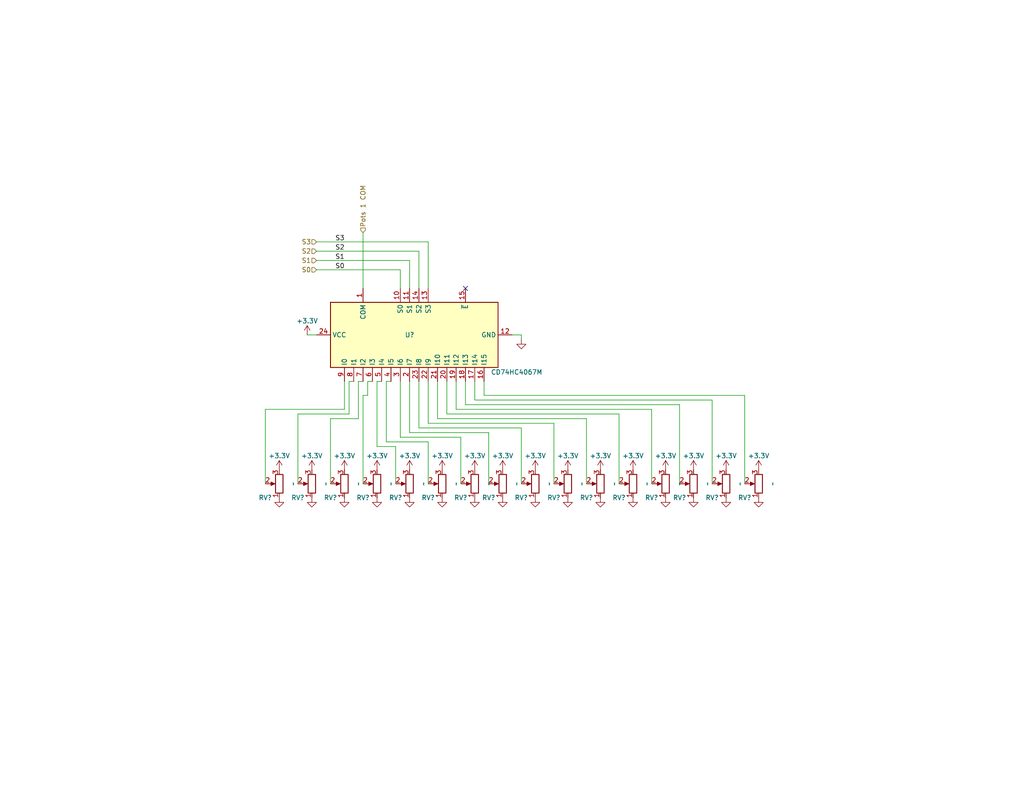
<source format=kicad_sch>
(kicad_sch (version 20230121) (generator eeschema)
  (paper "USLetter")
  (title_block (title "VMC-1") (date "2023-12-03"))
  (lib_symbols
    (symbol "74xx:CD74HC4067M"
      (property "Reference" "U" (at -8.89 22.86 0))
      (property "Value" "CD74HC4067M" (at 1.27 22.86 0))
      (symbol "CD74HC4067M_0_1"
        (rectangle (start -8.89 21.59) (end 8.89 -24.13) (stroke (width 0.254)) (fill (type background)))
      )
      (symbol "CD74HC4067M_1_1"
        (pin passive line (at -12.7 12.7 0) (length 3.81) (name "COM") (number "1"))
        (pin input line (at -12.7 2.54 0) (length 3.81) (name "S0") (number "10"))
        (pin input line (at -12.7 0 0) (length 3.81) (name "S1") (number "11"))
        (pin power_in line (at 0 -27.94 90) (length 3.81) (name "GND") (number "12"))
        (pin input line (at -12.7 -5.08 0) (length 3.81) (name "S3") (number "13"))
        (pin input line (at -12.7 -2.54 0) (length 3.81) (name "S2") (number "14"))
        (pin input line (at -12.7 -15.24 0) (length 3.81) (name "~{E}") (number "15"))
        (pin passive line (at 12.7 -20.32 180) (length 3.81) (name "I15") (number "16"))
        (pin passive line (at 12.7 -17.78 180) (length 3.81) (name "I14") (number "17"))
        (pin passive line (at 12.7 -15.24 180) (length 3.81) (name "I13") (number "18"))
        (pin passive line (at 12.7 -12.7 180) (length 3.81) (name "I12") (number "19"))
        (pin passive line (at 12.7 0 180) (length 3.81) (name "I7") (number "2"))
        (pin passive line (at 12.7 -10.16 180) (length 3.81) (name "I11") (number "20"))
        (pin passive line (at 12.7 -7.62 180) (length 3.81) (name "I10") (number "21"))
        (pin passive line (at 12.7 -5.08 180) (length 3.81) (name "I9") (number "22"))
        (pin passive line (at 12.7 -2.54 180) (length 3.81) (name "I8") (number "23"))
        (pin power_in line (at 0 25.4 270) (length 3.81) (name "VCC") (number "24"))
        (pin passive line (at 12.7 2.54 180) (length 3.81) (name "I6") (number "3"))
        (pin passive line (at 12.7 5.08 180) (length 3.81) (name "I5") (number "4"))
        (pin passive line (at 12.7 7.62 180) (length 3.81) (name "I4") (number "5"))
        (pin passive line (at 12.7 10.16 180) (length 3.81) (name "I3") (number "6"))
        (pin passive line (at 12.7 12.7 180) (length 3.81) (name "I2") (number "7"))
        (pin passive line (at 12.7 15.24 180) (length 3.81) (name "I1") (number "8"))
        (pin passive line (at 12.7 17.78 180) (length 3.81) (name "I0") (number "9"))
      )
    )
    (symbol "Device:R_Potentiometer" (pin_names (offset 1.016) hide)
      (property "Reference" "RV" (at -4.445 0 90))
      (property "Value" "R_Potentiometer" (at -2.54 0 90))
      (symbol "R_Potentiometer_0_1"
        (polyline (pts (xy 2.54 0) (xy 1.524 0)))
        (polyline (pts (xy 1.143 0) (xy 2.286 0.508) (xy 2.286 -0.508) (xy 1.143 0)) (fill (type outline)))
        (rectangle (start 1.016 2.54) (end -1.016 -2.54) (stroke (width 0.254)))
      )
      (symbol "R_Potentiometer_1_1"
        (pin passive line (at 0 3.81 270) (length 1.27) (name "1") (number "1"))
        (pin passive line (at 3.81 0 180) (length 1.27) (name "2") (number "2"))
        (pin passive line (at 0 -3.81 90) (length 1.27) (name "3") (number "3"))
      )
    )
    (symbol "power:+3.3V" (power) (pin_names (offset 0))
      (property "Value" "+3.3V" (at 0 3.556 0))
      (symbol "+3.3V_0_1"
        (polyline (pts (xy -0.762 1.27) (xy 0 2.54)))
        (polyline (pts (xy 0 0) (xy 0 2.54)))
        (polyline (pts (xy 0 2.54) (xy 0.762 1.27)))
      )
      (symbol "+3.3V_1_1"
        (pin power_in line (at 0 0 90) (length 0) hide (name "+3.3V") (number "1"))
      )
    )
    (symbol "power:GND" (power) (pin_names (offset 0))
      (property "Value" "GND" (at 0 -3.81 0))
      (symbol "GND_0_1"
        (polyline (pts (xy 0 0) (xy 0 -1.27) (xy 1.27 -1.27) (xy 0 -2.54) (xy -1.27 -1.27) (xy 0 -1.27)))
      )
      (symbol "GND_1_1"
        (pin power_in line (at 0 0 270) (length 0) hide (name "GND") (number "1"))
      )
    )
  )
  (no_connect (at 127 78.74))
  (wire (pts (xy 109.22 119.38) (xy 125.73 119.38)))
  (wire (pts (xy 93.98 111.76) (xy 93.98 104.14)))
  (wire (pts (xy 90.17 114.3) (xy 90.17 132.08)))
  (wire (pts (xy 102.87 104.14) (xy 104.14 104.14)))
  (wire (pts (xy 83.82 91.44) (xy 86.36 91.44)))
  (wire (pts (xy 109.22 78.74) (xy 109.22 73.66)))
  (wire (pts (xy 100.33 107.95) (xy 100.33 104.14)))
  (wire (pts (xy 114.3 116.84) (xy 142.24 116.84)))
  (wire (pts (xy 142.24 116.84) (xy 142.24 132.08)))
  (wire (pts (xy 133.35 118.11) (xy 133.35 132.08)))
  (wire (pts (xy 121.92 113.03) (xy 121.92 104.14)))
  (wire (pts (xy 97.79 104.14) (xy 97.79 114.3)))
  (wire (pts (xy 119.38 114.3) (xy 160.02 114.3)))
  (wire (pts (xy 116.84 115.57) (xy 116.84 104.14)))
  (wire (pts (xy 203.2 107.95) (xy 132.08 107.95)))
  (wire (pts (xy 109.22 104.14) (xy 109.22 119.38)))
  (wire (pts (xy 185.42 110.49) (xy 127 110.49)))
  (wire (pts (xy 99.06 107.95) (xy 100.33 107.95)))
  (wire (pts (xy 105.41 104.14) (xy 106.68 104.14)))
  (wire (pts (xy 102.87 121.92) (xy 102.87 104.14)))
  (wire (pts (xy 124.46 104.14) (xy 124.46 111.76)))
  (wire (pts (xy 100.33 104.14) (xy 101.6 104.14)))
  (wire (pts (xy 111.76 118.11) (xy 111.76 104.14)))
  (wire (pts (xy 116.84 132.08) (xy 116.84 120.65)))
  (wire (pts (xy 111.76 71.12) (xy 111.76 78.74)))
  (wire (pts (xy 142.24 91.44) (xy 139.7 91.44)))
  (wire (pts (xy 97.79 114.3) (xy 90.17 114.3)))
  (wire (pts (xy 194.31 109.22) (xy 194.31 132.08)))
  (wire (pts (xy 86.36 68.58) (xy 114.3 68.58)))
  (wire (pts (xy 129.54 104.14) (xy 129.54 109.22)))
  (wire (pts (xy 116.84 120.65) (xy 105.41 120.65)))
  (wire (pts (xy 127 110.49) (xy 127 104.14)))
  (wire (pts (xy 114.3 68.58) (xy 114.3 78.74)))
  (wire (pts (xy 72.39 111.76) (xy 72.39 132.08)))
  (wire (pts (xy 119.38 104.14) (xy 119.38 114.3)))
  (wire (pts (xy 177.8 111.76) (xy 177.8 132.08)))
  (wire (pts (xy 168.91 113.03) (xy 168.91 132.08)))
  (wire (pts (xy 116.84 78.74) (xy 116.84 66.04)))
  (wire (pts (xy 116.84 66.04) (xy 86.36 66.04)))
  (wire (pts (xy 151.13 115.57) (xy 151.13 132.08)))
  (wire (pts (xy 125.73 119.38) (xy 125.73 132.08)))
  (wire (pts (xy 95.25 104.14) (xy 95.25 113.03)))
  (wire (pts (xy 86.36 71.12) (xy 111.76 71.12)))
  (wire (pts (xy 109.22 73.66) (xy 86.36 73.66)))
  (wire (pts (xy 81.28 113.03) (xy 81.28 132.08)))
  (wire (pts (xy 129.54 109.22) (xy 194.31 109.22)))
  (wire (pts (xy 203.2 107.95) (xy 203.2 132.08)))
  (wire (pts (xy 99.06 63.5) (xy 99.06 78.74)))
  (wire (pts (xy 132.08 107.95) (xy 132.08 104.14)))
  (wire (pts (xy 142.24 91.44) (xy 142.24 92.71)))
  (wire (pts (xy 107.95 121.92) (xy 102.87 121.92)))
  (wire (pts (xy 95.25 104.14) (xy 96.52 104.14)))
  (wire (pts (xy 93.98 111.76) (xy 72.39 111.76)))
  (wire (pts (xy 124.46 111.76) (xy 177.8 111.76)))
  (wire (pts (xy 105.41 120.65) (xy 105.41 104.14)))
  (wire (pts (xy 168.91 113.03) (xy 121.92 113.03)))
  (wire (pts (xy 95.25 113.03) (xy 81.28 113.03)))
  (wire (pts (xy 160.02 114.3) (xy 160.02 132.08)))
  (wire (pts (xy 185.42 110.49) (xy 185.42 132.08)))
  (wire (pts (xy 133.35 118.11) (xy 111.76 118.11)))
  (wire (pts (xy 151.13 115.57) (xy 116.84 115.57)))
  (wire (pts (xy 107.95 132.08) (xy 107.95 121.92)))
  (wire (pts (xy 99.06 132.08) (xy 99.06 107.95)))
  (wire (pts (xy 97.79 104.14) (xy 99.06 104.14)))
  (wire (pts (xy 114.3 104.14) (xy 114.3 116.84)))
  (label "S0" (at 91.44 73.66 0))
  (label "S2" (at 91.44 68.58 0))
  (label "S3" (at 91.44 66.04 0))
  (label "S1" (at 91.44 71.12 0))
  (hierarchical_label "S0" (shape input) (at 86.36 73.66 180))
  (hierarchical_label "S2" (shape input) (at 86.36 68.58 180))
  (hierarchical_label "S3" (shape input) (at 86.36 66.04 180))
  (hierarchical_label "S1" (shape input) (at 86.36 71.12 180))
  (hierarchical_label "Pots 1 COM" (shape input) (at 99.06 63.5 90))
  (symbol (lib_id "Device:R_Potentiometer") (at 111.76 132.08 180) (unit 1)
    (property "Reference" "RV?" (at 107.95 135.89 0))
    (property "Value" "~" (at 115.57 132.08 90))
    (property "Footprint" "Potentiometer_THT:Potentiometer_Bourns_PTA3043_Single_Slide" (effects hide))
  )
  (symbol (lib_id "power:+3.3V") (at 146.05 128.27 0) (unit 1)
    (property "Reference" "#PWR018" (effects hide))
    (property "Value" "+3.3V" (at 146.05 124.46 0))
    (instances (project "VMC1" (path "" (reference "#PWR018") (unit 1))) (project "V" (path "" (reference "#PWR021") (unit 1))))
  )
  (symbol (lib_id "Device:R_Potentiometer") (at 172.72 132.08 180) (unit 1)
    (property "Reference" "RV?" (at 168.91 135.89 0))
    (property "Value" "~" (at 176.53 132.08 90))
    (property "Footprint" "Potentiometer_THT:Potentiometer_Bourns_PTA3043_Single_Slide" (effects hide))
  )
  (symbol (lib_id "power:+3.3V") (at 163.83 128.27 0) (unit 1)
    (property "Reference" "#PWR020" (effects hide))
    (property "Value" "+3.3V" (at 163.83 124.46 0))
    (instances (project "VMC1" (path "" (reference "#PWR020") (unit 1))) (project "V" (path "" (reference "#PWR025") (unit 1))))
  )
  (symbol (lib_id "Device:R_Potentiometer") (at 102.87 132.08 180) (unit 1)
    (property "Reference" "RV?" (at 99.06 135.89 0))
    (property "Value" "~" (at 106.68 132.08 90))
    (property "Footprint" "Potentiometer_THT:Potentiometer_Bourns_PTA3043_Single_Slide" (effects hide))
  )
  (symbol (lib_id "power:GND") (at 154.94 135.89 0) (unit 1)
    (property "Reference" "#PWR035" (effects hide))
    (property "Value" "GND" (effects hide))
    (instances (project "VMC1" (path "" (reference "#PWR035") (unit 1))) (project "V" (path "" (reference "#PWR024") (unit 1))))
  )
  (symbol (lib_id "power:GND") (at 181.61 135.89 0) (unit 1)
    (property "Reference" "#PWR038" (effects hide))
    (property "Value" "GND" (effects hide))
    (instances (project "VMC1" (path "" (reference "#PWR038") (unit 1))) (project "V" (path "" (reference "#PWR030") (unit 1))))
  )
  (symbol (lib_id "Device:R_Potentiometer") (at 189.23 132.08 180) (unit 1)
    (property "Reference" "RV?" (at 185.42 135.89 0))
    (property "Value" "~" (at 193.04 132.08 90))
    (property "Footprint" "Potentiometer_THT:Potentiometer_Bourns_PTA3043_Single_Slide" (effects hide))
  )
  (symbol (lib_id "power:+3.3V") (at 93.98 128.27 0) (unit 1)
    (property "Reference" "#PWR012" (effects hide))
    (property "Value" "+3.3V" (at 93.98 124.46 0))
    (instances (project "VMC1" (path "" (reference "#PWR012") (unit 1))) (project "V" (path "" (reference "#PWR03") (unit 1))))
  )
  (symbol (lib_id "power:GND") (at 129.54 135.89 0) (unit 1)
    (property "Reference" "#PWR032" (effects hide))
    (property "Value" "GND" (effects hide))
    (instances (project "VMC1" (path "" (reference "#PWR032") (unit 1))) (project "V" (path "" (reference "#PWR018") (unit 1))))
  )
  (symbol (lib_id "Device:R_Potentiometer") (at 137.16 132.08 180) (unit 1)
    (property "Reference" "RV?" (at 133.35 135.89 0))
    (property "Value" "~" (at 140.97 132.08 90))
    (property "Footprint" "Potentiometer_THT:Potentiometer_Bourns_PTA3043_Single_Slide" (effects hide))
  )
  (symbol (lib_id "Device:R_Potentiometer") (at 129.54 132.08 180) (unit 1)
    (property "Reference" "RV?" (at 125.73 135.89 0))
    (property "Value" "~" (at 133.35 132.08 90))
    (property "Footprint" "Potentiometer_THT:Potentiometer_Bourns_PTA3043_Single_Slide" (effects hide))
  )
  (symbol (lib_id "power:+3.3V") (at 154.94 128.27 0) (unit 1)
    (property "Reference" "#PWR019" (effects hide))
    (property "Value" "+3.3V" (at 154.94 124.46 0))
    (instances (project "VMC1" (path "" (reference "#PWR019") (unit 1))) (project "V" (path "" (reference "#PWR023") (unit 1))))
  )
  (symbol (lib_id "Device:R_Potentiometer") (at 85.09 132.08 180) (unit 1)
    (property "Reference" "RV?" (at 81.28 135.89 0))
    (property "Value" "~" (at 88.9 132.08 90))
    (property "Footprint" "Potentiometer_THT:Potentiometer_Bourns_PTA3043_Single_Slide" (effects hide))
  )
  (symbol (lib_id "Device:R_Potentiometer") (at 181.61 132.08 180) (unit 1)
    (property "Reference" "RV?" (at 177.8 135.89 0))
    (property "Value" "~" (at 185.42 132.08 90))
    (property "Footprint" "Potentiometer_THT:Potentiometer_Bourns_PTA3043_Single_Slide" (effects hide))
  )
  (symbol (lib_id "power:+3.3V") (at 76.2 128.27 0) (unit 1)
    (property "Reference" "#PWR010" (effects hide))
    (property "Value" "+3.3V" (at 76.2 124.46 0))
    (instances (project "VMC1" (path "" (reference "#PWR010") (unit 1))) (project "V" (path "" (reference "#PWR09") (unit 1))))
  )
  (symbol (lib_id "Device:R_Potentiometer") (at 207.01 132.08 180) (unit 1)
    (property "Reference" "RV?" (at 203.2 135.89 0))
    (property "Value" "~" (at 210.82 132.08 90))
    (property "Footprint" "Potentiometer_THT:Potentiometer_Bourns_PTA3043_Single_Slide" (effects hide))
  )
  (symbol (lib_id "Device:R_Potentiometer") (at 93.98 132.08 180) (unit 1)
    (property "Reference" "RV?" (at 90.17 135.89 0))
    (property "Value" "~" (at 97.79 132.08 90))
    (property "Footprint" "Potentiometer_THT:Potentiometer_Bourns_PTA3043_Single_Slide" (effects hide))
  )
  (symbol (lib_id "power:+3.3V") (at 85.09 128.27 0) (unit 1)
    (property "Reference" "#PWR011" (effects hide))
    (property "Value" "+3.3V" (at 85.09 124.46 0))
    (instances (project "VMC1" (path "" (reference "#PWR011") (unit 1))) (project "V" (path "" (reference "#PWR07") (unit 1))))
  )
  (symbol (lib_id "Device:R_Potentiometer") (at 120.65 132.08 180) (unit 1)
    (property "Reference" "RV?" (at 116.84 135.89 0))
    (property "Value" "~" (at 124.46 132.08 90))
    (property "Footprint" "Potentiometer_THT:Potentiometer_Bourns_PTA3043_Single_Slide" (effects hide))
  )
  (symbol (lib_id "power:GND") (at 207.01 135.89 0) (unit 1)
    (property "Reference" "#PWR041" (effects hide))
    (property "Value" "GND" (effects hide))
    (instances (project "VMC1" (path "" (reference "#PWR041") (unit 1))) (project "V" (path "" (reference "#PWR036") (unit 1))))
  )
  (symbol (lib_id "power:+3.3V") (at 137.16 128.27 0) (unit 1)
    (property "Reference" "#PWR017" (effects hide))
    (property "Value" "+3.3V" (at 137.16 124.46 0))
    (instances (project "VMC1" (path "" (reference "#PWR017") (unit 1))) (project "V" (path "" (reference "#PWR019") (unit 1))))
  )
  (symbol (lib_id "power:+3.3V") (at 207.01 128.27 0) (unit 1)
    (property "Reference" "#PWR025" (effects hide))
    (property "Value" "+3.3V" (at 207.01 124.46 0))
    (instances (project "VMC1" (path "" (reference "#PWR025") (unit 1))) (project "V" (path "" (reference "#PWR033") (unit 1))))
  )
  (symbol (lib_id "Device:R_Potentiometer") (at 198.12 132.08 180) (unit 1)
    (property "Reference" "RV?" (at 194.31 135.89 0))
    (property "Value" "~" (at 201.93 132.08 90))
    (property "Footprint" "Potentiometer_THT:Potentiometer_Bourns_PTA3043_Single_Slide" (effects hide))
  )
  (symbol (lib_id "power:GND") (at 102.87 135.89 0) (unit 1)
    (property "Reference" "#PWR029" (effects hide))
    (property "Value" "GND" (effects hide))
    (instances (project "VMC1" (path "" (reference "#PWR029") (unit 1))) (project "V" (path "" (reference "#PWR014") (unit 1))))
  )
  (symbol (lib_id "power:+3.3V") (at 111.76 128.27 0) (unit 1)
    (property "Reference" "#PWR014" (effects hide))
    (property "Value" "+3.3V" (at 111.76 124.46 0))
    (instances (project "VMC1" (path "" (reference "#PWR014") (unit 1))) (project "V" (path "" (reference "#PWR012") (unit 1))))
  )
  (symbol (lib_id "power:GND") (at 93.98 135.89 0) (unit 1)
    (property "Reference" "#PWR028" (effects hide))
    (property "Value" "GND" (effects hide))
    (instances (project "VMC1" (path "" (reference "#PWR028") (unit 1))) (project "V" (path "" (reference "#PWR04") (unit 1))))
  )
  (symbol (lib_id "power:GND") (at 189.23 135.89 0) (unit 1)
    (property "Reference" "#PWR039" (effects hide))
    (property "Value" "GND" (effects hide))
    (instances (project "VMC1" (path "" (reference "#PWR039") (unit 1))) (project "V" (path "" (reference "#PWR034") (unit 1))))
  )
  (symbol (lib_id "power:+3.3V") (at 83.82 91.44 0) (unit 1)
    (property "Reference" "#PWR08" (effects hide))
    (property "Value" "+3.3V" (at 83.82 87.63 0))
    (instances (project "VMC1" (path "" (reference "#PWR08") (unit 1))) (project "V" (path "" (reference "#PWR05") (unit 1))))
  )
  (symbol (lib_id "power:+3.3V") (at 189.23 128.27 0) (unit 1)
    (property "Reference" "#PWR023" (effects hide))
    (property "Value" "+3.3V" (at 189.23 124.46 0))
    (instances (project "VMC1" (path "" (reference "#PWR023") (unit 1))) (project "V" (path "" (reference "#PWR031") (unit 1))))
  )
  (symbol (lib_id "Device:R_Potentiometer") (at 154.94 132.08 180) (unit 1)
    (property "Reference" "RV?" (at 151.13 135.89 0))
    (property "Value" "~" (at 158.75 132.08 90))
    (property "Footprint" "Potentiometer_THT:Potentiometer_Bourns_PTA3043_Single_Slide" (effects hide))
  )
  (symbol (lib_id "Device:R_Potentiometer") (at 163.83 132.08 180) (unit 1)
    (property "Reference" "RV?" (at 160.02 135.89 0))
    (property "Value" "~" (at 167.64 132.08 90))
    (property "Footprint" "Potentiometer_THT:Potentiometer_Bourns_PTA3043_Single_Slide" (effects hide))
  )
  (symbol (lib_id "Device:R_Potentiometer") (at 146.05 132.08 180) (unit 1)
    (property "Reference" "RV?" (at 142.24 135.89 0))
    (property "Value" "~" (at 149.86 132.08 90))
    (property "Footprint" "Potentiometer_THT:Potentiometer_Bourns_PTA3043_Single_Slide" (effects hide))
  )
  (symbol (lib_id "power:GND") (at 198.12 135.89 0) (unit 1)
    (property "Reference" "#PWR040" (effects hide))
    (property "Value" "GND" (effects hide))
    (instances (project "VMC1" (path "" (reference "#PWR040") (unit 1))) (project "V" (path "" (reference "#PWR035") (unit 1))))
  )
  (symbol (lib_id "power:GND") (at 163.83 135.89 0) (unit 1)
    (property "Reference" "#PWR036" (effects hide))
    (property "Value" "GND" (effects hide))
    (instances (project "VMC1" (path "" (reference "#PWR036") (unit 1))) (project "V" (path "" (reference "#PWR026") (unit 1))))
  )
  (symbol (lib_id "power:GND") (at 120.65 135.89 0) (unit 1)
    (property "Reference" "#PWR031" (effects hide))
    (property "Value" "GND" (effects hide))
    (instances (project "VMC1" (path "" (reference "#PWR031") (unit 1))) (project "V" (path "" (reference "#PWR016") (unit 1))))
  )
  (symbol (lib_id "power:GND") (at 172.72 135.89 0) (unit 1)
    (property "Reference" "#PWR037" (effects hide))
    (property "Value" "GND" (effects hide))
    (instances (project "VMC1" (path "" (reference "#PWR037") (unit 1))) (project "V" (path "" (reference "#PWR029") (unit 1))))
  )
  (symbol (lib_id "power:GND") (at 111.76 135.89 0) (unit 1)
    (property "Reference" "#PWR030" (effects hide))
    (property "Value" "GND" (effects hide))
    (instances (project "VMC1" (path "" (reference "#PWR030") (unit 1))) (project "V" (path "" (reference "#PWR015") (unit 1))))
  )
  (symbol (lib_id "power:+3.3V") (at 198.12 128.27 0) (unit 1)
    (property "Reference" "#PWR024" (effects hide))
    (property "Value" "+3.3V" (at 198.12 124.46 0))
    (instances (project "VMC1" (path "" (reference "#PWR024") (unit 1))) (project "V" (path "" (reference "#PWR032") (unit 1))))
  )
  (symbol (lib_id "power:+3.3V") (at 129.54 128.27 0) (unit 1)
    (property "Reference" "#PWR016" (effects hide))
    (property "Value" "+3.3V" (at 129.54 124.46 0))
    (instances (project "VMC1" (path "" (reference "#PWR016") (unit 1))) (project "V" (path "" (reference "#PWR017") (unit 1))))
  )
  (symbol (lib_id "Device:R_Potentiometer") (at 76.2 132.08 180) (unit 1)
    (property "Reference" "RV?" (at 72.39 135.89 0))
    (property "Value" "~" (at 80.01 132.08 90))
    (property "Footprint" "Potentiometer_THT:Potentiometer_Bourns_PTA3043_Single_Slide" (effects hide))
  )
  (symbol (lib_id "power:GND") (at 85.09 135.89 0) (unit 1)
    (property "Reference" "#PWR027" (effects hide))
    (property "Value" "GND" (effects hide))
    (instances (project "VMC1" (path "" (reference "#PWR027") (unit 1))) (project "V" (path "" (reference "#PWR08") (unit 1))))
  )
  (symbol (lib_id "power:+3.3V") (at 181.61 128.27 0) (unit 1)
    (property "Reference" "#PWR022" (effects hide))
    (property "Value" "+3.3V" (at 181.61 124.46 0))
    (instances (project "VMC1" (path "" (reference "#PWR022") (unit 1))) (project "V" (path "" (reference "#PWR028") (unit 1))))
  )
  (symbol (lib_id "power:+3.3V") (at 102.87 128.27 0) (unit 1)
    (property "Reference" "#PWR013" (effects hide))
    (property "Value" "+3.3V" (at 102.87 124.46 0))
    (instances (project "VMC1" (path "" (reference "#PWR013") (unit 1))) (project "V" (path "" (reference "#PWR011") (unit 1))))
  )
  (symbol (lib_id "power:+3.3V") (at 172.72 128.27 0) (unit 1)
    (property "Reference" "#PWR021" (effects hide))
    (property "Value" "+3.3V" (at 172.72 124.46 0))
    (instances (project "VMC1" (path "" (reference "#PWR021") (unit 1))) (project "V" (path "" (reference "#PWR027") (unit 1))))
  )
  (symbol (lib_id "74xx:CD74HC4067M") (at 111.76 91.44 90) (mirror x) (unit 1)
    (property "Reference" "U?" (at 111.76 91.44 90))
    (property "Value" "CD74HC4067M" (at 140.97 101.6 90))
    (property "Footprint" "Package_SO:SOIC-24W_7.5x15.4mm_P1.27mm" (effects hide))
    (property "Datasheet" "http://www.ti.com/lit/ds/symlink/cd74hc4067.pdf" (effects hide))
  )
  (symbol (lib_id "power:GND") (at 146.05 135.89 0) (unit 1)
    (property "Reference" "#PWR034" (effects hide))
    (property "Value" "GND" (effects hide))
    (instances (project "VMC1" (path "" (reference "#PWR034") (unit 1))) (project "V" (path "" (reference "#PWR022") (unit 1))))
  )
  (symbol (lib_id "power:GND") (at 142.24 92.71 0) (unit 1)
    (property "Reference" "#PWR09" (effects hide))
    (property "Value" "GND" (effects hide))
    (instances (project "VMC1" (path "" (reference "#PWR09") (unit 1))) (project "V" (path "" (reference "#PWR06") (unit 1))))
  )
  (symbol (lib_id "power:GND") (at 76.2 135.89 0) (unit 1)
    (property "Reference" "#PWR026" (effects hide))
    (property "Value" "GND" (effects hide))
    (instances (project "VMC1" (path "" (reference "#PWR026") (unit 1))) (project "V" (path "" (reference "#PWR010") (unit 1))))
  )
  (symbol (lib_id "power:+3.3V") (at 120.65 128.27 0) (unit 1)
    (property "Reference" "#PWR015" (effects hide))
    (property "Value" "+3.3V" (at 120.65 124.46 0))
    (instances (project "VMC1" (path "" (reference "#PWR015") (unit 1))) (project "V" (path "" (reference "#PWR013") (unit 1))))
  )
  (symbol (lib_id "power:GND") (at 137.16 135.89 0) (unit 1)
    (property "Reference" "#PWR033" (effects hide))
    (property "Value" "GND" (effects hide))
    (instances (project "VMC1" (path "" (reference "#PWR033") (unit 1))) (project "V" (path "" (reference "#PWR020") (unit 1))))
  )
)
</source>
